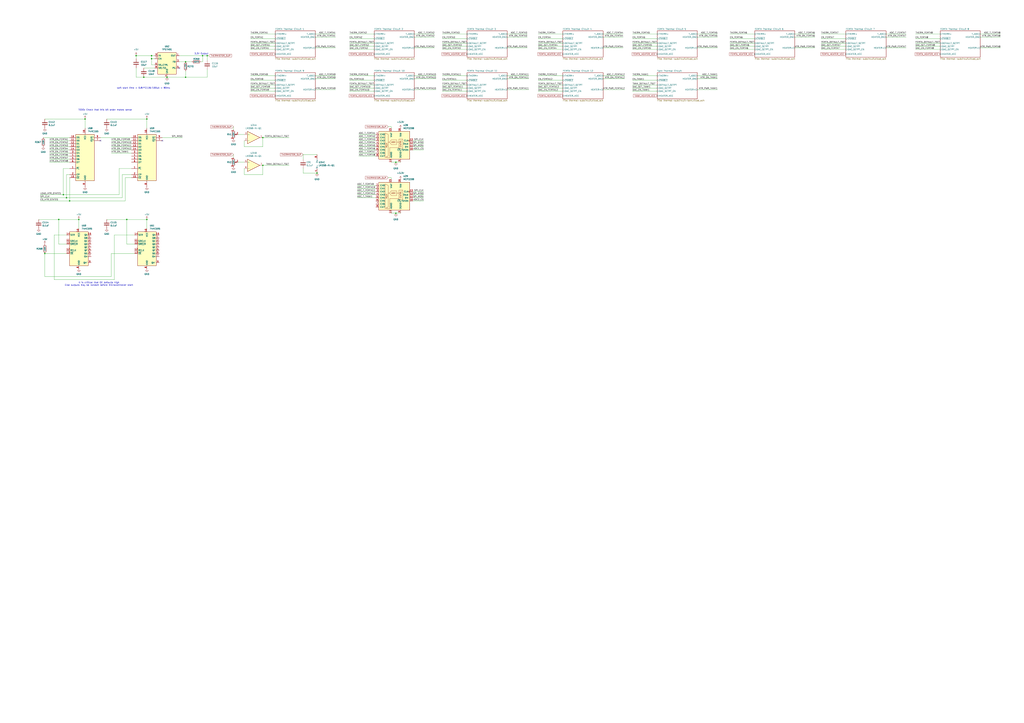
<source format=kicad_sch>
(kicad_sch (version 20231120) (generator "eeschema") (generator_version "8.0")
  (paper "A1")
  (lib_symbols
    (symbol "74xx:74HC165"
      (property "Reference" "U" (at -7.62 19.05 0))
      (property "Value" "74HC165" (at -7.62 -21.59 0))
      (symbol "74HC165_1_0"
        (pin input line (at -12.7 -10.16 0) (length 5.08) (name "~{PL}") (number "1"))
        (pin input line (at -12.7 15.24 0) (length 5.08) (name "DS") (number "10"))
        (pin input line (at -12.7 12.7 0) (length 5.08) (name "D0") (number "11"))
        (pin input line (at -12.7 10.16 0) (length 5.08) (name "D1") (number "12"))
        (pin input line (at -12.7 7.62 0) (length 5.08) (name "D2") (number "13"))
        (pin input line (at -12.7 5.08 0) (length 5.08) (name "D3") (number "14"))
        (pin input line (at -12.7 -17.78 0) (length 5.08) (name "~{CE}") (number "15"))
        (pin power_in line (at 0 22.86 270) (length 5.08) (name "VCC") (number "16"))
        (pin input line (at -12.7 -15.24 0) (length 5.08) (name "CP") (number "2"))
        (pin input line (at -12.7 2.54 0) (length 5.08) (name "D4") (number "3"))
        (pin input line (at -12.7 0 0) (length 5.08) (name "D5") (number "4"))
        (pin input line (at -12.7 -2.54 0) (length 5.08) (name "D6") (number "5"))
        (pin input line (at -12.7 -5.08 0) (length 5.08) (name "D7") (number "6"))
        (pin output line (at 12.7 12.7 180) (length 5.08) (name "~{Q7}") (number "7"))
        (pin power_in line (at 0 -25.4 90) (length 5.08) (name "GND") (number "8"))
        (pin output line (at 12.7 15.24 180) (length 5.08) (name "Q7") (number "9"))
      )
    )
    (symbol "74xx:74HC595"
      (property "Reference" "U" (at -7.62 13.97 0))
      (property "Value" "74HC595" (at -7.62 -16.51 0))
      (symbol "74HC595_1_0"
        (pin tri_state line (at 10.16 7.62 180) (length 2.54) (name "QB") (number "1"))
        (pin input line (at -10.16 2.54 0) (length 2.54) (name "~{SRCLR}") (number "10"))
        (pin input line (at -10.16 5.08 0) (length 2.54) (name "SRCLK") (number "11"))
        (pin input line (at -10.16 -2.54 0) (length 2.54) (name "RCLK") (number "12"))
        (pin input line (at -10.16 -5.08 0) (length 2.54) (name "~{OE}") (number "13"))
        (pin input line (at -10.16 10.16 0) (length 2.54) (name "SER") (number "14"))
        (pin tri_state line (at 10.16 10.16 180) (length 2.54) (name "QA") (number "15"))
        (pin power_in line (at 0 15.24 270) (length 2.54) (name "VCC") (number "16"))
        (pin tri_state line (at 10.16 5.08 180) (length 2.54) (name "QC") (number "2"))
        (pin tri_state line (at 10.16 2.54 180) (length 2.54) (name "QD") (number "3"))
        (pin tri_state line (at 10.16 0 180) (length 2.54) (name "QE") (number "4"))
        (pin tri_state line (at 10.16 -2.54 180) (length 2.54) (name "QF") (number "5"))
        (pin tri_state line (at 10.16 -5.08 180) (length 2.54) (name "QG") (number "6"))
        (pin tri_state line (at 10.16 -7.62 180) (length 2.54) (name "QH") (number "7"))
        (pin power_in line (at 0 -17.78 90) (length 2.54) (name "GND") (number "8"))
        (pin output line (at 10.16 -12.7 180) (length 2.54) (name "QH'") (number "9"))
      )
    )
    (symbol "Amplifier_Operational:LM358" (pin_names (offset 0.127))
      (property "Reference" "U" (at 0 5.08 0))
      (property "Value" "LM358" (at 0 -5.08 0))
      (symbol "LM358_1_1"
        (pin output line (at 7.62 0 180) (length 2.54) (name "~") (number "1"))
        (pin input line (at -7.62 -2.54 0) (length 2.54) (name "-") (number "2"))
        (pin input line (at -7.62 2.54 0) (length 2.54) (name "+") (number "3"))
      )
      (symbol "LM358_2_1"
        (pin input line (at -7.62 2.54 0) (length 2.54) (name "+") (number "5"))
        (pin input line (at -7.62 -2.54 0) (length 2.54) (name "-") (number "6"))
        (pin output line (at 7.62 0 180) (length 2.54) (name "~") (number "7"))
      )
      (symbol "LM358_3_1"
        (pin power_in line (at -2.54 -7.62 90) (length 3.81) (name "V-") (number "4"))
        (pin power_in line (at -2.54 7.62 270) (length 3.81) (name "V+") (number "8"))
      )
    )
    (symbol "Analog_ADC:MCP3208" (pin_names (offset 1.016))
      (property "Reference" "U" (at -5.08 13.335 0))
      (property "Value" "MCP3208" (at -5.08 11.43 0))
      (symbol "MCP3208_0_0"
        (text "ADC" (at -0.635 1.27 0) (effects (font (size 1.27 1.27))))
        (text "CNTRL" (at 5.969 -2.921 900) (effects (font (size 1.27 1.27)) (justify left bottom)))
        (text "MUX" (at -6.35 -1.27 900) (effects (font (size 1.27 1.27))))
      )
      (symbol "MCP3208_1_1"
        (pin input line (at -15.24 7.62 0) (length 2.54) (name "CH0") (number "1"))
        (pin input line (at 15.24 -5.08 180) (length 2.54) (name "~{CS}/SHDN") (number "10"))
        (pin input line (at 15.24 -2.54 180) (length 2.54) (name "Din") (number "11"))
        (pin output line (at 15.24 0 180) (length 2.54) (name "Dout") (number "12"))
        (pin input clock (at 15.24 2.54 180) (length 2.54) (name "CLK") (number "13"))
        (pin power_in line (at -2.54 -15.24 90) (length 2.54) (name "AGND") (number "14"))
        (pin power_in line (at -2.54 12.7 270) (length 2.54) (name "Vref") (number "15"))
        (pin power_in line (at 5.08 12.7 270) (length 2.54) (name "Vdd") (number "16"))
        (pin input line (at -15.24 5.08 0) (length 2.54) (name "CH1") (number "2"))
        (pin input line (at -15.24 2.54 0) (length 2.54) (name "CH2") (number "3"))
        (pin input line (at -15.24 0 0) (length 2.54) (name "CH3") (number "4"))
        (pin input line (at -15.24 -2.54 0) (length 2.54) (name "CH4") (number "5"))
        (pin input line (at -15.24 -5.08 0) (length 2.54) (name "CH5") (number "6"))
        (pin input line (at -15.24 -7.62 0) (length 2.54) (name "CH6") (number "7"))
        (pin input line (at -15.24 -10.16 0) (length 2.54) (name "CH7") (number "8"))
        (pin power_in line (at 5.08 -15.24 90) (length 2.54) (name "DGND") (number "9"))
      )
    )
    (symbol "Device:C" (pin_numbers hide) (pin_names (offset 0.254))
      (property "Reference" "C" (at 0.635 2.54 0))
      (property "Value" "C" (at 0.635 -2.54 0))
      (symbol "C_1_1"
        (pin passive line (at 0 3.81 270) (length 2.794) (name "~") (number "1"))
        (pin passive line (at 0 -3.81 90) (length 2.794) (name "~") (number "2"))
      )
    )
    (symbol "Device:R" (pin_numbers hide) (pin_names (offset 0))
      (property "Reference" "R" (at 2.032 0 90))
      (property "Value" "R" (at 0 0 90))
      (symbol "R_1_1"
        (pin passive line (at 0 3.81 270) (length 1.27) (name "~") (number "1"))
        (pin passive line (at 0 -3.81 90) (length 1.27) (name "~") (number "2"))
      )
    )
    (symbol "Device:R_Potentiometer" (pin_names (offset 1.016) hide)
      (property "Reference" "RV" (at -4.445 0 90))
      (property "Value" "R_Potentiometer" (at -2.54 0 90))
      (symbol "R_Potentiometer_1_1"
        (pin passive line (at 0 3.81 270) (length 1.27) (name "1") (number "1"))
        (pin passive line (at 3.81 0 180) (length 1.27) (name "2") (number "2"))
        (pin passive line (at 0 -3.81 90) (length 1.27) (name "3") (number "3"))
      )
    )
    (symbol "Regulator_Linear:TPS7A91"
      (property "Reference" "U" (at -6.35 11.43 0))
      (property "Value" "TPS7A91" (at 3.81 11.43 0))
      (symbol "TPS7A91_1_1"
        (pin power_out line (at 10.16 7.62 180) (length 2.54) (name "OUT") (number "1"))
        (pin passive line (at -10.16 7.62 0) (length 2.54) hide (name "IN") (number "10"))
        (pin passive line (at 0 -10.16 90) (length 2.54) hide (name "GND") (number "11"))
        (pin passive line (at 10.16 7.62 180) (length 2.54) hide (name "OUT") (number "2"))
        (pin input line (at 10.16 2.54 180) (length 2.54) (name "FB") (number "3"))
        (pin power_in line (at 0 -10.16 90) (length 2.54) (name "GND") (number "4"))
        (pin open_collector line (at 10.16 -2.54 180) (length 2.54) (name "PG") (number "5"))
        (pin input line (at -10.16 0 0) (length 2.54) (name "SS_CTRL") (number "6"))
        (pin input line (at -10.16 5.08 0) (length 2.54) (name "EN") (number "7"))
        (pin passive line (at -10.16 -2.54 0) (length 2.54) (name "NR/SS") (number "8"))
        (pin power_in line (at -10.16 7.62 0) (length 2.54) (name "IN") (number "9"))
      )
    )
    (symbol "power:+3.3V" (power) (pin_numbers hide) (pin_names (offset 0) hide)
      (property "Value" "+3.3V" (at 0 3.556 0))
      (symbol "+3.3V_1_1"
        (pin power_in line (at 0 0 90) (length 0) (name "~") (number "1"))
      )
    )
    (symbol "power:+5V" (power) (pin_numbers hide) (pin_names (offset 0) hide)
      (property "Value" "+5V" (at 0 3.556 0))
      (symbol "+5V_1_1"
        (pin power_in line (at 0 0 90) (length 0) (name "~") (number "1"))
      )
    )
    (symbol "power:GND" (power) (pin_numbers hide) (pin_names (offset 0) hide)
      (property "Value" "GND" (at 0 -3.81 0))
      (symbol "GND_1_1"
        (pin power_in line (at 0 0 270) (length 0) (name "~") (number "1"))
      )
    )
  )
  (junction (at 57.15 165.1))
  (junction (at 48.26 180.34))
  (junction (at 120.65 97.79))
  (junction (at 325.12 133.35))
  (junction (at 215.9 135.89))
  (junction (at 325.12 175.26))
  (junction (at 170.18 45.72))
  (junction (at 152.4 50.8))
  (junction (at 137.16 63.5))
  (junction (at 64.77 180.34))
  (junction (at 260.35 142.24))
  (junction (at 69.85 97.79))
  (junction (at 104.14 180.34))
  (junction (at 152.4 63.5))
  (junction (at 120.65 180.34))
  (junction (at 124.46 45.72))
  (junction (at 54.61 162.56))
  (junction (at 215.9 113.03))
  (junction (at 124.46 48.26))
  (junction (at 166.37 45.72))
  (junction (at 111.76 45.72))
  (junction (at 52.07 160.02))
  (junction (at 118.11 63.5))
  (junction (at 36.83 208.28))
  (no_connect (at 82.55 115.57))
  (no_connect (at 133.35 115.57))
  (no_connect (at 147.32 55.88))
  (wire (pts (xy 54.61 162.56) (xy 100.33 162.56)))
  (wire (pts (xy 91.44 227.33) (xy 91.44 208.28)))
  (wire (pts (xy 339.09 157.48) (xy 347.98 157.48)))
  (wire (pts (xy 91.44 208.28) (xy 110.49 208.28)))
  (wire (pts (xy 599.44 31.75) (xy 619.76 31.75)))
  (wire (pts (xy 416.56 73.66) (xy 434.34 73.66)))
  (wire (pts (xy 205.74 40.64) (xy 226.06 40.64)))
  (wire (pts (xy 287.02 72.39) (xy 307.34 72.39)))
  (wire (pts (xy 441.96 38.1) (xy 462.28 38.1)))
  (wire (pts (xy 205.74 35.56) (xy 226.06 35.56)))
  (wire (pts (xy 519.43 27.94) (xy 539.75 27.94)))
  (wire (pts (xy 127 55.88) (xy 118.11 55.88)))
  (wire (pts (xy 441.96 35.56) (xy 462.28 35.56)))
  (wire (pts (xy 100.33 143.51) (xy 107.95 143.51)))
  (wire (pts (xy 293.37 152.4) (xy 308.61 152.4)))
  (wire (pts (xy 674.37 35.56) (xy 694.69 35.56)))
  (wire (pts (xy 287.02 27.94) (xy 307.34 27.94)))
  (wire (pts (xy 441.96 27.94) (xy 462.28 27.94)))
  (wire (pts (xy 363.22 27.94) (xy 383.54 27.94)))
  (wire (pts (xy 287.02 74.93) (xy 307.34 74.93)))
  (wire (pts (xy 82.55 113.03) (xy 107.95 113.03)))
  (wire (pts (xy 340.36 64.77) (xy 358.14 64.77)))
  (wire (pts (xy 147.32 45.72) (xy 166.37 45.72)))
  (wire (pts (xy 133.35 113.03) (xy 149.86 113.03)))
  (wire (pts (xy 340.36 39.37) (xy 356.87 39.37)))
  (wire (pts (xy 259.08 30.48) (xy 275.59 30.48)))
  (wire (pts (xy 441.96 69.85) (xy 462.28 69.85)))
  (wire (pts (xy 124.46 48.26) (xy 124.46 45.72)))
  (wire (pts (xy 416.56 27.94) (xy 433.07 27.94)))
  (wire (pts (xy 205.74 27.94) (xy 226.06 27.94)))
  (wire (pts (xy 91.44 118.11) (xy 107.95 118.11)))
  (wire (pts (xy 751.84 40.64) (xy 772.16 40.64)))
  (wire (pts (xy 339.09 162.56) (xy 347.98 162.56)))
  (wire (pts (xy 40.64 120.65) (xy 57.15 120.65)))
  (wire (pts (xy 495.3 62.23) (xy 513.08 62.23)))
  (wire (pts (xy 572.77 27.94) (xy 589.28 27.94)))
  (wire (pts (xy 127 53.34) (xy 124.46 53.34)))
  (wire (pts (xy 248.92 138.43) (xy 248.92 142.24)))
  (wire (pts (xy 652.78 39.37) (xy 669.29 39.37)))
  (wire (pts (xy 293.37 160.02) (xy 308.61 160.02)))
  (wire (pts (xy 215.9 113.03) (xy 215.9 120.65)))
  (wire (pts (xy 48.26 180.34) (xy 64.77 180.34)))
  (wire (pts (xy 321.31 146.05) (xy 321.31 147.32)))
  (wire (pts (xy 111.76 48.26) (xy 111.76 45.72)))
  (wire (pts (xy 599.44 38.1) (xy 619.76 38.1)))
  (wire (pts (xy 36.83 208.28) (xy 54.61 208.28)))
  (wire (pts (xy 519.43 62.23) (xy 539.75 62.23)))
  (wire (pts (xy 191.77 127) (xy 191.77 129.54)))
  (wire (pts (xy 287.02 40.64) (xy 307.34 40.64)))
  (wire (pts (xy 100.33 162.56) (xy 100.33 143.51)))
  (wire (pts (xy 519.43 38.1) (xy 539.75 38.1)))
  (wire (pts (xy 166.37 45.72) (xy 170.18 45.72)))
  (wire (pts (xy 416.56 30.48) (xy 433.07 30.48)))
  (wire (pts (xy 104.14 200.66) (xy 104.14 180.34)))
  (wire (pts (xy 325.12 175.26) (xy 328.93 175.26)))
  (wire (pts (xy 165.1 50.8) (xy 166.37 50.8)))
  (wire (pts (xy 572.77 73.66) (xy 589.28 73.66)))
  (wire (pts (xy 572.77 64.77) (xy 589.28 64.77)))
  (wire (pts (xy 248.92 130.81) (xy 248.92 127)))
  (wire (pts (xy 215.9 135.89) (xy 237.49 135.89)))
  (wire (pts (xy 339.09 120.65) (xy 347.98 120.65)))
  (wire (pts (xy 170.18 49.53) (xy 170.18 45.72)))
  (wire (pts (xy 294.64 115.57) (xy 308.61 115.57)))
  (wire (pts (xy 652.78 27.94) (xy 669.29 27.94)))
  (wire (pts (xy 294.64 118.11) (xy 308.61 118.11)))
  (wire (pts (xy 91.44 115.57) (xy 107.95 115.57)))
  (wire (pts (xy 44.45 229.87) (xy 44.45 193.04)))
  (wire (pts (xy 572.77 30.48) (xy 589.28 30.48)))
  (wire (pts (xy 293.37 157.48) (xy 308.61 157.48)))
  (wire (pts (xy 124.46 53.34) (xy 124.46 48.26)))
  (wire (pts (xy 259.08 39.37) (xy 275.59 39.37)))
  (wire (pts (xy 294.64 128.27) (xy 308.61 128.27)))
  (wire (pts (xy 91.44 120.65) (xy 107.95 120.65)))
  (wire (pts (xy 293.37 154.94) (xy 308.61 154.94)))
  (wire (pts (xy 91.44 125.73) (xy 107.95 125.73)))
  (wire (pts (xy 363.22 35.56) (xy 383.54 35.56)))
  (wire (pts (xy 363.22 31.75) (xy 383.54 31.75)))
  (wire (pts (xy 495.3 30.48) (xy 511.81 30.48)))
  (wire (pts (xy 727.71 39.37) (xy 744.22 39.37)))
  (wire (pts (xy 287.02 31.75) (xy 307.34 31.75)))
  (wire (pts (xy 205.74 69.85) (xy 226.06 69.85)))
  (wire (pts (xy 124.46 48.26) (xy 127 48.26)))
  (wire (pts (xy 40.64 133.35) (xy 57.15 133.35)))
  (wire (pts (xy 519.43 40.64) (xy 539.75 40.64)))
  (wire (pts (xy 200.66 120.65) (xy 200.66 115.57)))
  (wire (pts (xy 599.44 40.64) (xy 619.76 40.64)))
  (wire (pts (xy 152.4 63.5) (xy 137.16 63.5)))
  (wire (pts (xy 318.77 146.05) (xy 321.31 146.05)))
  (wire (pts (xy 64.77 180.34) (xy 64.77 187.96)))
  (wire (pts (xy 40.64 128.27) (xy 57.15 128.27)))
  (wire (pts (xy 441.96 74.93) (xy 462.28 74.93)))
  (wire (pts (xy 339.09 123.19) (xy 347.98 123.19)))
  (wire (pts (xy 751.84 38.1) (xy 772.16 38.1)))
  (wire (pts (xy 340.36 30.48) (xy 356.87 30.48)))
  (wire (pts (xy 120.65 97.79) (xy 120.65 105.41)))
  (wire (pts (xy 751.84 31.75) (xy 772.16 31.75)))
  (wire (pts (xy 294.64 120.65) (xy 308.61 120.65)))
  (wire (pts (xy 339.09 165.1) (xy 347.98 165.1)))
  (wire (pts (xy 259.08 64.77) (xy 275.59 64.77)))
  (wire (pts (xy 107.95 138.43) (xy 97.79 138.43)))
  (wire (pts (xy 287.02 38.1) (xy 307.34 38.1)))
  (wire (pts (xy 97.79 138.43) (xy 97.79 160.02)))
  (wire (pts (xy 166.37 50.8) (xy 166.37 45.72)))
  (wire (pts (xy 170.18 45.72) (xy 171.45 45.72)))
  (wire (pts (xy 33.02 160.02) (xy 52.07 160.02)))
  (wire (pts (xy 599.44 35.56) (xy 619.76 35.56)))
  (wire (pts (xy 339.09 160.02) (xy 347.98 160.02)))
  (wire (pts (xy 57.15 115.57) (xy 40.64 115.57)))
  (wire (pts (xy 294.64 123.19) (xy 308.61 123.19)))
  (wire (pts (xy 205.74 66.04) (xy 226.06 66.04)))
  (wire (pts (xy 294.64 125.73) (xy 308.61 125.73)))
  (wire (pts (xy 48.26 200.66) (xy 48.26 180.34)))
  (wire (pts (xy 363.22 40.64) (xy 383.54 40.64)))
  (wire (pts (xy 152.4 50.8) (xy 157.48 50.8)))
  (wire (pts (xy 321.31 104.14) (xy 321.31 105.41)))
  (wire (pts (xy 363.22 69.85) (xy 383.54 69.85)))
  (wire (pts (xy 248.92 142.24) (xy 260.35 142.24)))
  (wire (pts (xy 215.9 113.03) (xy 237.49 113.03)))
  (wire (pts (xy 69.85 97.79) (xy 69.85 105.41)))
  (wire (pts (xy 416.56 62.23) (xy 434.34 62.23)))
  (wire (pts (xy 441.96 62.23) (xy 462.28 62.23)))
  (wire (pts (xy 200.66 133.35) (xy 195.58 133.35)))
  (wire (pts (xy 87.63 97.79) (xy 120.65 97.79)))
  (wire (pts (xy 340.36 73.66) (xy 358.14 73.66)))
  (wire (pts (xy 200.66 143.51) (xy 215.9 143.51)))
  (wire (pts (xy 441.96 66.04) (xy 462.28 66.04)))
  (wire (pts (xy 102.87 146.05) (xy 107.95 146.05)))
  (wire (pts (xy 294.64 113.03) (xy 308.61 113.03)))
  (wire (pts (xy 205.74 74.93) (xy 226.06 74.93)))
  (wire (pts (xy 495.3 39.37) (xy 511.81 39.37)))
  (wire (pts (xy 674.37 27.94) (xy 694.69 27.94)))
  (wire (pts (xy 751.84 27.94) (xy 772.16 27.94)))
  (wire (pts (xy 110.49 193.04) (xy 93.98 193.04)))
  (wire (pts (xy 102.87 165.1) (xy 102.87 146.05)))
  (wire (pts (xy 572.77 39.37) (xy 589.28 39.37)))
  (wire (pts (xy 652.78 30.48) (xy 669.29 30.48)))
  (wire (pts (xy 104.14 180.34) (xy 120.65 180.34)))
  (wire (pts (xy 363.22 62.23) (xy 383.54 62.23)))
  (wire (pts (xy 205.74 38.1) (xy 226.06 38.1)))
  (wire (pts (xy 36.83 227.33) (xy 91.44 227.33)))
  (wire (pts (xy 287.02 69.85) (xy 307.34 69.85)))
  (wire (pts (xy 118.11 63.5) (xy 137.16 63.5)))
  (wire (pts (xy 31.75 180.34) (xy 48.26 180.34)))
  (wire (pts (xy 124.46 45.72) (xy 127 45.72)))
  (wire (pts (xy 325.12 133.35) (xy 328.93 133.35)))
  (wire (pts (xy 599.44 27.94) (xy 619.76 27.94)))
  (wire (pts (xy 52.07 138.43) (xy 57.15 138.43)))
  (wire (pts (xy 205.74 31.75) (xy 226.06 31.75)))
  (wire (pts (xy 44.45 193.04) (xy 54.61 193.04)))
  (wire (pts (xy 294.64 110.49) (xy 308.61 110.49)))
  (wire (pts (xy 519.43 35.56) (xy 539.75 35.56)))
  (wire (pts (xy 339.09 118.11) (xy 347.98 118.11)))
  (wire (pts (xy 363.22 38.1) (xy 383.54 38.1)))
  (wire (pts (xy 259.08 27.94) (xy 275.59 27.94)))
  (wire (pts (xy 363.22 72.39) (xy 383.54 72.39)))
  (wire (pts (xy 111.76 45.72) (xy 124.46 45.72)))
  (wire (pts (xy 287.02 62.23) (xy 307.34 62.23)))
  (wire (pts (xy 519.43 72.39) (xy 539.75 72.39)))
  (wire (pts (xy 727.71 30.48) (xy 744.22 30.48)))
  (wire (pts (xy 519.43 74.93) (xy 539.75 74.93)))
  (wire (pts (xy 416.56 64.77) (xy 434.34 64.77)))
  (wire (pts (xy 87.63 180.34) (xy 104.14 180.34)))
  (wire (pts (xy 111.76 63.5) (xy 118.11 63.5)))
  (wire (pts (xy 215.9 120.65) (xy 200.66 120.65)))
  (wire (pts (xy 54.61 200.66) (xy 48.26 200.66)))
  (wire (pts (xy 111.76 55.88) (xy 111.76 63.5)))
  (wire (pts (xy 120.65 180.34) (xy 120.65 187.96)))
  (wire (pts (xy 54.61 143.51) (xy 54.61 162.56)))
  (wire (pts (xy 321.31 175.26) (xy 325.12 175.26)))
  (wire (pts (xy 110.49 200.66) (xy 104.14 200.66)))
  (wire (pts (xy 93.98 193.04) (xy 93.98 229.87)))
  (wire (pts (xy 674.37 38.1) (xy 694.69 38.1)))
  (wire (pts (xy 363.22 66.04) (xy 383.54 66.04)))
  (wire (pts (xy 248.92 127) (xy 260.35 127)))
  (wire (pts (xy 170.18 57.15) (xy 170.18 63.5)))
  (wire (pts (xy 40.64 118.11) (xy 57.15 118.11)))
  (wire (pts (xy 340.36 62.23) (xy 358.14 62.23)))
  (wire (pts (xy 259.08 62.23) (xy 275.59 62.23)))
  (wire (pts (xy 36.83 97.79) (xy 69.85 97.79)))
  (wire (pts (xy 205.74 72.39) (xy 226.06 72.39)))
  (wire (pts (xy 495.3 64.77) (xy 513.08 64.77)))
  (wire (pts (xy 52.07 160.02) (xy 52.07 138.43)))
  (wire (pts (xy 93.98 229.87) (xy 44.45 229.87)))
  (wire (pts (xy 805.18 39.37) (xy 821.69 39.37)))
  (wire (pts (xy 170.18 63.5) (xy 152.4 63.5)))
  (wire (pts (xy 674.37 31.75) (xy 694.69 31.75)))
  (wire (pts (xy 200.66 138.43) (xy 200.66 143.51)))
  (wire (pts (xy 674.37 40.64) (xy 694.69 40.64)))
  (wire (pts (xy 363.22 74.93) (xy 383.54 74.93)))
  (wire (pts (xy 751.84 35.56) (xy 772.16 35.56)))
  (wire (pts (xy 287.02 35.56) (xy 307.34 35.56)))
  (wire (pts (xy 572.77 62.23) (xy 589.28 62.23)))
  (wire (pts (xy 293.37 162.56) (xy 308.61 162.56)))
  (wire (pts (xy 519.43 31.75) (xy 539.75 31.75)))
  (wire (pts (xy 36.83 208.28) (xy 36.83 227.33)))
  (wire (pts (xy 57.15 165.1) (xy 102.87 165.1)))
  (wire (pts (xy 519.43 69.85) (xy 539.75 69.85)))
  (wire (pts (xy 57.15 143.51) (xy 54.61 143.51)))
  (wire (pts (xy 215.9 143.51) (xy 215.9 135.89)))
  (wire (pts (xy 441.96 31.75) (xy 462.28 31.75)))
  (wire (pts (xy 35.56 113.03) (xy 57.15 113.03)))
  (wire (pts (xy 259.08 73.66) (xy 275.59 73.66)))
  (wire (pts (xy 40.64 130.81) (xy 57.15 130.81)))
  (wire (pts (xy 57.15 146.05) (xy 57.15 165.1)))
  (wire (pts (xy 805.18 30.48) (xy 821.69 30.48)))
  (wire (pts (xy 152.4 58.42) (xy 152.4 63.5)))
  (wire (pts (xy 321.31 133.35) (xy 325.12 133.35)))
  (wire (pts (xy 318.77 104.14) (xy 321.31 104.14)))
  (wire (pts (xy 205.74 62.23) (xy 226.06 62.23)))
  (wire (pts (xy 191.77 104.14) (xy 191.77 106.68)))
  (wire (pts (xy 340.36 27.94) (xy 356.87 27.94)))
  (wire (pts (xy 416.56 39.37) (xy 433.07 39.37)))
  (wire (pts (xy 97.79 160.02) (xy 52.07 160.02)))
  (wire (pts (xy 495.3 73.66) (xy 513.08 73.66)))
  (wire (pts (xy 339.09 115.57) (xy 347.98 115.57)))
  (wire (pts (xy 441.96 72.39) (xy 462.28 72.39)))
  (wire (pts (xy 200.66 110.49) (xy 195.58 110.49)))
  (wire (pts (xy 805.18 27.94) (xy 821.69 27.94)))
  (wire (pts (xy 40.64 125.73) (xy 57.15 125.73)))
  (wire (pts (xy 33.02 162.56) (xy 54.61 162.56)))
  (wire (pts (xy 441.96 40.64) (xy 462.28 40.64)))
  (wire (pts (xy 40.64 123.19) (xy 57.15 123.19)))
  (wire (pts (xy 495.3 27.94) (xy 511.81 27.94)))
  (wire (pts (xy 727.71 27.94) (xy 744.22 27.94)))
  (wire (pts (xy 147.32 50.8) (xy 152.4 50.8)))
  (wire (pts (xy 519.43 66.04) (xy 539.75 66.04)))
  (wire (pts (xy 287.02 66.04) (xy 307.34 66.04)))
  (wire (pts (xy 33.02 165.1) (xy 57.15 165.1)))
  (wire (pts (xy 91.44 123.19) (xy 107.95 123.19)))
  (text "TODO: Check that this bit order makes sense" (at 86.36 90.424 0) (effects (font (size 1.27 1.27))))
  (text "It is critical that OE defaults high\nElse outputs may be random before microcontroller start\n" (at 81.28 233.426 0) (effects (font (size 1.27 1.27))))
  (text "3.3V Output" (at 165.354 44.196 0) (effects (font (size 1.27 1.27))))
  (text "soft start time = 0.8V*C118/100uA = 80ms" (at 117.856 72.39 0) (effects (font (size 1.27 1.27))))
  (label "DAC_SET_FEMTA3" (at 363.22 38.1 0))
  (label "EN_FEMTA4" (at 441.96 31.75 0))
  (label "DAC_SET_FEMTA11" (at 363.22 72.39 0))
  (label "THERM_FEMTA12" (at 441.96 62.23 0))
  (label "TANK_DEFAULT_TSET" (at 519.43 69.85 0))
  (label "DAC_SET_FEMTA5" (at 519.43 38.1 0))
  (label "ADC_T_FEMTA10" (at 358.14 62.23 180))
  (label "DAC_EN_FEMTA11" (at 363.22 74.93 0))
  (label "DAC_SET_FEMTA8" (at 751.84 38.1 0))
  (label "DAC_EN_FEMTA9" (at 205.74 74.93 0))
  (label "HTR_ON_TANK1" (at 589.28 64.77 180))
  (label "FEMTA_DEFAULT_TSET" (at 441.96 35.56 0))
  (label "THERM_FEMTA10" (at 287.02 62.23 0))
  (label "FEMTA_DEFAULT_TSET" (at 287.02 69.85 0))
  (label "HTR_PWR_FEMTA4" (at 511.81 39.37 180))
  (label "SPI_MISO" (at 347.98 160.02 180))
  (label "ADC_T_FEMTA4" (at 511.81 27.94 180))
  (label "ADC_T_FEMTA5" (at 589.28 27.94 180))
  (label "ADC2_CS" (at 347.98 165.1 180))
  (label "EN_FEMTA8" (at 751.84 31.75 0))
  (label "DAC_EN_FEMTA7" (at 674.37 40.64 0))
  (label "HTR_ON_FEMTA4" (at 40.64 123.19 0))
  (label "FEMTA_DEFAULT_TSET" (at 674.37 35.56 0))
  (label "HTR_ON_FEMTA9" (at 91.44 115.57 0))
  (label "EN_FEMTA10" (at 287.02 66.04 0))
  (label "DAC_SET_FEMTA6" (at 599.44 38.1 0))
  (label "HTR_ON_FEMTA7" (at 40.64 130.81 0))
  (label "SPI_CLK" (at 347.98 115.57 180))
  (label "HTR_ON_FEMTA4" (at 511.81 30.48 180))
  (label "HTR_PWR_FEMTA11" (at 434.34 73.66 180))
  (label "ADC_T_FEMTA1" (at 294.64 110.49 0))
  (label "HTR_PWR_FEMTA1" (at 275.59 39.37 180))
  (label "DAC_EN_FEMTA2" (at 287.02 40.64 0))
  (label "HTR_ON_FEMTA6" (at 669.29 30.48 180))
  (label "ADC_T_FEMTA4" (at 294.64 118.11 0))
  (label "DAC_EN_FEMTA12" (at 441.96 74.93 0))
  (label "ADC_T_FEMTA3" (at 433.07 27.94 180))
  (label "THERM_FEMTA11" (at 363.22 62.23 0))
  (label "ADC_T_FEMTA7" (at 294.64 125.73 0))
  (label "FEMTA_DEFAULT_TSET" (at 519.43 35.56 0))
  (label "HTR_ON_FEMTA10" (at 91.44 118.11 0))
  (label "SPI_CLK" (at 33.02 162.56 0))
  (label "DAC_EN_FEMTA4" (at 441.96 40.64 0))
  (label "DAC_SET_FEMTA9" (at 205.74 72.39 0))
  (label "DAC_EN_FEMTA5" (at 519.43 40.64 0))
  (label "HTR_PWR_FEMTA7" (at 744.22 39.37 180))
  (label "HTR_ON_FEMTA3" (at 40.64 120.65 0))
  (label "THERM_FEMTA1" (at 205.74 27.94 0))
  (label "ADC_T_TANK1" (at 293.37 162.56 0))
  (label "ADC_T_FEMTA7" (at 744.22 27.94 180))
  (label "DAC_EN_FEMTA6" (at 599.44 40.64 0))
  (label "HTR_PWR_FEMTA9" (at 275.59 73.66 180))
  (label "ADC_T_FEMTA1" (at 275.59 27.94 180))
  (label "ADC_T_FEMTA12" (at 293.37 160.02 0))
  (label "DAC_SET_FEMTA1" (at 205.74 38.1 0))
  (label "DAC_SET_FEMTA7" (at 674.37 38.1 0))
  (label "ADC_T_FEMTA2" (at 356.87 27.94 180))
  (label "ADC_T_FEMTA8" (at 294.64 128.27 0))
  (label "DAC_EN_FEMTA8" (at 751.84 40.64 0))
  (label "THERM_FEMTA9" (at 205.74 62.23 0))
  (label "DAC_EN_FEMTA3" (at 363.22 40.64 0))
  (label "HTR_ON_FEMTA11" (at 434.34 64.77 180))
  (label "EN_FEMTA3" (at 363.22 31.75 0))
  (label "HTR_ON_FEMTA6" (at 40.64 128.27 0))
  (label "HTR_PWR_FEMTA6" (at 669.29 39.37 180))
  (label "HTR_ON_FEMTA5" (at 589.28 30.48 180))
  (label "DAC_EN_TANK1" (at 519.43 74.93 0))
  (label "HTR_PWR_FEMTA2" (at 356.87 39.37 180))
  (label "SPI_MISO" (at 149.86 113.03 180))
  (label "ADC_T_FEMTA2" (at 294.64 113.03 0))
  (label "EN_FEMTA7" (at 674.37 31.75 0))
  (label "HTR_PWR_FEMTA12" (at 513.08 73.66 180))
  (label "HTR_PWR_FEMTA5" (at 589.28 39.37 180))
  (label "EN_FEMTA9" (at 205.74 66.04 0))
  (label "THERM_FEMTA7" (at 674.37 27.94 0))
  (label "EN_FEMTA5" (at 519.43 31.75 0))
  (label "HTR_PWR_FEMTA3" (at 433.07 39.37 180))
  (label "CS_HTR_STATES" (at 33.02 165.1 0))
  (label "HTR_ON_FEMTA2" (at 40.64 118.11 0))
  (label "FEMTA_DEFAULT_TSET" (at 599.44 35.56 0))
  (label "ADC_T_TANK1" (at 589.28 62.23 180))
  (label "FEMTA_DEFAULT_TSET" (at 237.49 113.03 180))
  (label "HTR_ON_FEMTA5" (at 40.64 125.73 0))
  (label "HTR_PWR_TANK1" (at 589.28 73.66 180))
  (label "ADC_T_FEMTA6" (at 669.29 27.94 180))
  (label "ADC_T_FEMTA3" (at 294.64 115.57 0))
  (label "HTR_PWR_FEMTA8" (at 821.69 39.37 180))
  (label "HTR_ON_FEMTA1" (at 275.59 30.48 180))
  (label "DAC_EN_FEMTA1" (at 205.74 40.64 0))
  (label "EN_FEMTA2" (at 287.02 31.75 0))
  (label "FEMTA_DEFAULT_TSET" (at 441.96 69.85 0))
  (label "DAC_SET_FEMTA2" (at 287.02 38.1 0))
  (label "DAC_EN_FEMTA10" (at 287.02 74.93 0))
  (label "HTR_ON_TANK1" (at 91.44 125.73 0))
  (label "THERM_FEMTA5" (at 519.43 27.94 0))
  (label "HTR_ON_FEMTA3" (at 433.07 30.48 180))
  (label "ADC_T_FEMTA12" (at 513.08 62.23 180))
  (label "HTR_ON_FEMTA7" (at 744.22 30.48 180))
  (label "DAC_SET_FEMTA4" (at 441.96 38.1 0))
  (label "FEMTA_DEFAULT_TSET" (at 363.22 35.56 0))
  (label "THERM_FEMTA8" (at 751.84 27.94 0))
  (label "ADC_T_FEMTA8" (at 821.69 27.94 180))
  (label "FEMTA_DEFAULT_TSET" (at 287.02 35.56 0))
  (label "HTR_ON_FEMTA8" (at 40.64 133.35 0))
  (label "THERM_FEMTA3" (at 363.22 27.94 0))
  (label "THERM_TANK1" (at 519.43 62.23 0))
  (label "ADC1_CS" (at 347.98 123.19 180))
  (label "HTR_ON_FEMTA1" (at 40.64 115.57 0))
  (label "HTR_ON_FEMTA8" (at 821.69 30.48 180))
  (label "DAC_SET_FEMTA12" (at 441.96 72.39 0))
  (label "ADC_T_FEMTA5" (at 294.64 120.65 0))
  (label "SPI_CLK" (at 347.98 157.48 180))
  (label "EN_FEMTA11" (at 363.22 66.04 0))
  (label "TANK_DEFAULT_TSET" (at 237.49 135.89 180))
  (label "FEMTA_DEFAULT_TSET" (at 363.22 69.85 0))
  (label "SPI_MISO" (at 347.98 118.11 180))
  (label "ADC_T_FEMTA9" (at 275.59 62.23 180))
  (label "LOAD_HTR_STATES" (at 33.02 160.02 0))
  (label "ADC_T_FEMTA9" (at 293.37 152.4 0))
  (label "ADC_T_FEMTA10" (at 293.37 154.94 0))
  (label "EN_FEMTA6" (at 599.44 31.75 0))
  (label "FEMTA_DEFAULT_TSET" (at 751.84 35.56 0))
  (label "EN_FEMTA12" (at 441.96 66.04 0))
  (label "FEMTA_DEFAULT_TSET" (at 205.74 35.56 0))
  (label "THERM_FEMTA6" (at 599.44 27.94 0))
  (label "HTR_ON_FEMTA10" (at 358.14 64.77 180))
  (label "DAC_SET_FEMTA10" (at 287.02 72.39 0))
  (label "EN_TANK1" (at 519.43 66.04 0))
  (label "EN_FEMTA1" (at 205.74 31.75 0))
  (label "HTR_ON_FEMTA11" (at 91.44 120.65 0))
  (label "HTR_ON_FEMTA9" (at 275.59 64.77 180))
  (label "HTR_ON_FEMTA12" (at 91.44 123.19 0))
  (label "HTR_ON_FEMTA2" (at 356.87 30.48 180))
  (label "ADC_T_FEMTA11" (at 293.37 157.48 0))
  (label "HTR_PWR_FEMTA10" (at 358.14 73.66 180))
  (label "DAC_SET_TANK1" (at 519.43 72.39 0))
  (label "SPI_MOSI" (at 347.98 120.65 180))
  (label "ADC_T_FEMTA11" (at 434.34 62.23 180))
  (label "FEMTA_DEFAULT_TSET" (at 205.74 69.85 0))
  (label "THERM_FEMTA2" (at 287.02 27.94 0))
  (label "HTR_ON_FEMTA12" (at 513.08 64.77 180))
  (label "ADC_T_FEMTA6" (at 294.64 123.19 0))
  (label "SPI_MOSI" (at 347.98 162.56 180))
  (label "THERM_FEMTA4" (at 441.96 27.94 0))
  (global_label "FEMTA_HEATER_VCC" (shape input) (at 539.75 44.45 180) (property "Intersheetrefs" "${INTERSHEET_REFS}" (effects (hide yes))))
  (global_label "THERMISTOR_SUP" (shape input) (at 191.77 127 180) (property "Intersheetrefs" "${INTERSHEET_REFS}" (effects (hide yes))))
  (global_label "FEMTA_HEATER_VCC" (shape input) (at 619.76 44.45 180) (property "Intersheetrefs" "${INTERSHEET_REFS}" (effects (hide yes))))
  (global_label "FEMTA_HEATER_VCC" (shape input) (at 462.28 44.45 180) (property "Intersheetrefs" "${INTERSHEET_REFS}" (effects (hide yes))))
  (global_label "FEMTA_HEATER_VCC" (shape input) (at 307.34 78.74 180) (property "Intersheetrefs" "${INTERSHEET_REFS}" (effects (hide yes))))
  (global_label "THERMISTOR_SUP" (shape input) (at 171.45 45.72 0) (property "Intersheetrefs" "${INTERSHEET_REFS}" (effects (hide yes))))
  (global_label "FEMTA_HEATER_VCC" (shape input) (at 226.06 44.45 180) (property "Intersheetrefs" "${INTERSHEET_REFS}" (effects (hide yes))))
  (global_label "FEMTA_HEATER_VCC" (shape input) (at 226.06 78.74 180) (property "Intersheetrefs" "${INTERSHEET_REFS}" (effects (hide yes))))
  (global_label "THERMISTOR_SUP" (shape input) (at 318.77 104.14 180) (property "Intersheetrefs" "${INTERSHEET_REFS}" (effects (hide yes))))
  (global_label "THERMISTOR_SUP" (shape input) (at 191.77 104.14 180) (property "Intersheetrefs" "${INTERSHEET_REFS}" (effects (hide yes))))
  (global_label "FEMTA_HEATER_VCC" (shape input) (at 383.54 44.45 180) (property "Intersheetrefs" "${INTERSHEET_REFS}" (effects (hide yes))))
  (global_label "THERMISTOR_SUP" (shape input) (at 318.77 146.05 180) (property "Intersheetrefs" "${INTERSHEET_REFS}" (effects (hide yes))))
  (global_label "FEMTA_HEATER_VCC" (shape input) (at 772.16 44.45 180) (property "Intersheetrefs" "${INTERSHEET_REFS}" (effects (hide yes))))
  (global_label "THERMISTOR_SUP" (shape input) (at 248.92 127 180) (property "Intersheetrefs" "${INTERSHEET_REFS}" (effects (hide yes))))
  (global_label "FEMTA_HEATER_VCC" (shape input) (at 462.28 78.74 180) (property "Intersheetrefs" "${INTERSHEET_REFS}" (effects (hide yes))))
  (global_label "FEMTA_HEATER_VCC" (shape input) (at 307.34 44.45 180) (property "Intersheetrefs" "${INTERSHEET_REFS}" (effects (hide yes))))
  (global_label "TANK_HEATER_VCC" (shape input) (at 539.75 78.74 180) (property "Intersheetrefs" "${INTERSHEET_REFS}" (effects (hide yes))))
  (global_label "FEMTA_HEATER_VCC" (shape input) (at 383.54 78.74 180) (property "Intersheetrefs" "${INTERSHEET_REFS}" (effects (hide yes))))
  (global_label "FEMTA_HEATER_VCC" (shape input) (at 694.69 44.45 180) (property "Intersheetrefs" "${INTERSHEET_REFS}" (effects (hide yes))))
  (symbol (lib_id "power:+5V") (at 36.83 200.66 0) (unit 1)
    (property "Reference" "#PWR061" (effects (hide yes)))
    (property "Value" "+5V" (at 36.83 196.596 0))
    (property "Description" "Power symbol creates a global label with name \"+5V\"" (effects (hide yes)))
  )
  (symbol (lib_id "Device:R") (at 35.56 116.84 0) (mirror y) (unit 1)
    (property "Reference" "R267" (at 33.782 116.84 0) (effects (justify left)))
    (property "Value" "10K" (at 35.56 116.84 90))
    (property "Description" "Resistor" (effects (hide yes)))
  )
  (symbol (lib_id "Device:C") (at 36.83 101.6 0) (unit 1)
    (property "Reference" "C112" (at 39.878 100.33 0) (effects (justify left)))
    (property "Value" "0.1uF" (at 39.878 102.87 0) (effects (justify left)))
    (property "Description" "Unpolarized capacitor" (effects (hide yes)))
  )
  (symbol (lib_id "power:+5V") (at 111.76 45.72 0) (unit 1)
    (property "Reference" "#PWR01" (effects (hide yes)))
    (property "Value" "+5V" (at 111.76 40.64 0))
    (property "Description" "Power symbol creates a global label with name \"+5V\"" (effects (hide yes)))
  )
  (symbol (lib_id "74xx:74HC595") (at 64.77 203.2 0) (unit 1)
    (property "Reference" "U60" (at 66.9641 185.42 0) (effects (justify left)))
    (property "Value" "74HC595" (at 66.9641 187.96 0) (effects (justify left)))
    (property "Datasheet" "http://www.ti.com/lit/ds/symlink/sn74hc595.pdf" (effects (hide yes)))
    (property "Description" "8-bit serial in/out Shift Register 3-State Outputs" (effects (hide yes)))
  )
  (symbol (lib_id "Device:C") (at 87.63 184.15 0) (unit 1)
    (property "Reference" "C115" (at 90.678 182.88 0) (effects (justify left)))
    (property "Value" "0.1uF" (at 90.678 185.42 0) (effects (justify left)))
    (property "Description" "Unpolarized capacitor" (effects (hide yes)))
  )
  (symbol (lib_id "Device:C") (at 111.76 52.07 0) (unit 1)
    (property "Reference" "C117" (at 115.57 50.7999 0) (effects (justify left)))
    (property "Value" "10uF" (at 115.57 53.3399 0) (effects (justify left)))
    (property "Description" "Unpolarized capacitor" (effects (hide yes)))
  )
  (symbol (lib_id "power:GND") (at 69.85 153.67 0) (unit 1)
    (property "Reference" "#PWR0299" (effects (hide yes)))
    (property "Value" "GND" (at 69.85 157.988 0))
    (property "Description" "Power symbol creates a global label with name \"GND\" , ground" (effects (hide yes)))
  )
  (symbol (lib_id "Device:R_Potentiometer") (at 191.77 133.35 0) (unit 1)
    (property "Reference" "RV2" (at 190.246 133.35 0) (effects (justify right)))
    (property "Value" "10K" (at 191.77 133.35 90))
    (property "Description" "Potentiometer" (effects (hide yes)))
  )
  (symbol (lib_id "power:GND") (at 137.16 63.5 0) (unit 1)
    (property "Reference" "#PWR011" (effects (hide yes)))
    (property "Value" "GND" (at 137.16 68.58 0))
    (property "Description" "Power symbol creates a global label with name \"GND\" , ground" (effects (hide yes)))
  )
  (symbol (lib_id "power:GND") (at 325.12 175.26 0) (unit 1)
    (property "Reference" "#PWR070" (effects (hide yes)))
    (property "Value" "GND" (at 325.12 180.34 0))
    (property "Description" "Power symbol creates a global label with name \"GND\" , ground" (effects (hide yes)))
  )
  (symbol (lib_id "Amplifier_Operational:LM358") (at 262.89 134.62 0) (unit 3)
    (property "Reference" "U34" (at 261.62 133.3499 0) (effects (justify left)))
    (property "Value" "LM358-N-Q1" (at 261.62 135.8899 0) (effects (justify left)))
    (property "Datasheet" "http://www.ti.com/lit/ds/symlink/lm2904-n.pdf" (effects (hide yes)))
    (property "Description" "Low-Power, Dual Operational Amplifiers, DIP-8/SOIC-8/TO-99-8" (effects (hide yes)))
  )
  (symbol (lib_id "power:GND") (at 35.56 120.65 0) (unit 1)
    (property "Reference" "#PWR0303" (effects (hide yes)))
    (property "Value" "GND" (at 35.56 124.968 0))
    (property "Description" "Power symbol creates a global label with name \"GND\" , ground" (effects (hide yes)))
  )
  (symbol (lib_id "Amplifier_Operational:LM358") (at 208.28 113.03 0) (unit 1)
    (property "Reference" "U34" (at 208.28 102.87 0))
    (property "Value" "LM358-N-Q1" (at 208.28 105.41 0))
    (property "Datasheet" "http://www.ti.com/lit/ds/symlink/lm2904-n.pdf" (effects (hide yes)))
    (property "Description" "Low-Power, Dual Operational Amplifiers, DIP-8/SOIC-8/TO-99-8" (effects (hide yes)))
  )
  (symbol (lib_id "Analog_ADC:MCP3208") (at 323.85 160.02 0) (unit 1)
    (property "Reference" "U29" (at 331.1241 144.78 0) (effects (justify left)))
    (property "Value" "MCP3208" (at 331.1241 147.32 0) (effects (justify left)))
    (property "Footprint" "Package_SO:SOIC-16_3.9x9.9mm_P1.27mm" (effects (hide yes)))
    (property "Datasheet" "http://ww1.microchip.com/downloads/en/DeviceDoc/21298c.pdf" (effects (hide yes)))
    (property "Description" "A/D Converter, 12-Bit, 8-Channel, SPI Interface , 2.7V-5.5V" (effects (hide yes)))
  )
  (symbol (lib_id "power:GND") (at 87.63 105.41 0) (unit 1)
    (property "Reference" "#PWR0302" (effects (hide yes)))
    (property "Value" "GND" (at 87.63 109.728 0))
    (property "Description" "Power symbol creates a global label with name \"GND\" , ground" (effects (hide yes)))
  )
  (symbol (lib_id "power:GND") (at 36.83 105.41 0) (unit 1)
    (property "Reference" "#PWR0301" (effects (hide yes)))
    (property "Value" "GND" (at 36.83 109.728 0))
    (property "Description" "Power symbol creates a global label with name \"GND\" , ground" (effects (hide yes)))
  )
  (symbol (lib_id "power:+5V") (at 64.77 180.34 0) (unit 1)
    (property "Reference" "#PWR012" (effects (hide yes)))
    (property "Value" "+5V" (at 64.77 176.276 0))
    (property "Description" "Power symbol creates a global label with name \"+5V\"" (effects (hide yes)))
  )
  (symbol (lib_id "power:+5V") (at 120.65 97.79 0) (unit 1)
    (property "Reference" "#PWR0297" (effects (hide yes)))
    (property "Value" "+5V" (at 120.65 93.726 0))
    (property "Description" "Power symbol creates a global label with name \"+5V\"" (effects (hide yes)))
  )
  (symbol (lib_id "Device:C") (at 118.11 59.69 0) (unit 1)
    (property "Reference" "C118" (at 121.92 58.4199 0) (effects (justify left)))
    (property "Value" "10nF" (at 121.92 60.9599 0) (effects (justify left)))
    (property "Description" "Unpolarized capacitor" (effects (hide yes)))
  )
  (symbol (lib_id "Device:C") (at 170.18 53.34 0) (unit 1)
    (property "Reference" "C116" (at 173.99 52.0699 0) (effects (justify left)))
    (property "Value" "10uF" (at 173.99 54.6099 0) (effects (justify left)))
    (property "Description" "Unpolarized capacitor" (effects (hide yes)))
  )
  (symbol (lib_id "Device:R") (at 152.4 54.61 0) (unit 1)
    (property "Reference" "R270" (at 153.924 54.61 0) (effects (justify left)))
    (property "Value" "1.15K" (at 152.4 54.61 90) (effects (font (size 1 1))))
    (property "Description" "Resistor" (effects (hide yes)))
  )
  (symbol (lib_id "power:GND") (at 120.65 153.67 0) (unit 1)
    (property "Reference" "#PWR0298" (effects (hide yes)))
    (property "Value" "GND" (at 120.65 157.988 0))
    (property "Description" "Power symbol creates a global label with name \"GND\" , ground" (effects (hide yes)))
  )
  (symbol (lib_id "Amplifier_Operational:LM358") (at 208.28 135.89 0) (unit 2)
    (property "Reference" "U34" (at 208.28 125.73 0))
    (property "Value" "LM358-N-Q1" (at 208.28 128.27 0))
    (property "Datasheet" "http://www.ti.com/lit/ds/symlink/lm2904-n.pdf" (effects (hide yes)))
    (property "Description" "Low-Power, Dual Operational Amplifiers, DIP-8/SOIC-8/TO-99-8" (effects (hide yes)))
  )
  (symbol (lib_id "74xx:74HC165") (at 69.85 128.27 0) (unit 1)
    (property "Reference" "U58" (at 72.0441 105.41 0) (effects (justify left)))
    (property "Value" "74HC165" (at 72.0441 107.95 0) (effects (justify left)))
    (property "Datasheet" "https://assets.nexperia.com/documents/data-sheet/74HC_HCT165.pdf" (effects (hide yes)))
    (property "Description" "Shift Register, 8-bit, Parallel Load" (effects (hide yes)))
  )
  (symbol (lib_id "Device:C") (at 87.63 101.6 0) (unit 1)
    (property "Reference" "C113" (at 90.678 100.33 0) (effects (justify left)))
    (property "Value" "0.1uF" (at 90.678 102.87 0) (effects (justify left)))
    (property "Description" "Unpolarized capacitor" (effects (hide yes)))
  )
  (symbol (lib_id "power:GND") (at 191.77 114.3 0) (unit 1)
    (property "Reference" "#PWR0180" (effects (hide yes)))
    (property "Value" "GND" (at 191.77 118.618 0))
    (property "Description" "Power symbol creates a global label with name \"GND\" , ground" (effects (hide yes)))
  )
  (symbol (lib_id "power:GND") (at 191.77 137.16 0) (unit 1)
    (property "Reference" "#PWR0182" (effects (hide yes)))
    (property "Value" "GND" (at 191.77 141.478 0))
    (property "Description" "Power symbol creates a global label with name \"GND\" , ground" (effects (hide yes)))
  )
  (symbol (lib_id "Device:C") (at 31.75 184.15 0) (unit 1)
    (property "Reference" "C114" (at 34.798 182.88 0) (effects (justify left)))
    (property "Value" "0.1uF" (at 34.798 185.42 0) (effects (justify left)))
    (property "Description" "Unpolarized capacitor" (effects (hide yes)))
  )
  (symbol (lib_id "Analog_ADC:MCP3208") (at 323.85 118.11 0) (unit 1)
    (property "Reference" "U28" (at 331.1241 102.87 0) (effects (justify left)))
    (property "Value" "MCP3208" (at 331.1241 105.41 0) (effects (justify left)))
    (property "Footprint" "Package_SO:SOIC-16_3.9x9.9mm_P1.27mm" (effects (hide yes)))
    (property "Datasheet" "http://ww1.microchip.com/downloads/en/DeviceDoc/21298c.pdf" (effects (hide yes)))
    (property "Description" "A/D Converter, 12-Bit, 8-Channel, SPI Interface , 2.7V-5.5V" (effects (hide yes)))
  )
  (symbol (lib_id "power:GND") (at 120.65 220.98 0) (unit 1)
    (property "Reference" "#PWR091" (effects (hide yes)))
    (property "Value" "GND" (at 120.65 225.298 0))
    (property "Description" "Power symbol creates a global label with name \"GND\" , ground" (effects (hide yes)))
  )
  (symbol (lib_id "74xx:74HC595") (at 120.65 203.2 0) (unit 1)
    (property "Reference" "U61" (at 122.8441 185.42 0) (effects (justify left)))
    (property "Value" "74HC595" (at 122.8441 187.96 0) (effects (justify left)))
    (property "Datasheet" "http://www.ti.com/lit/ds/symlink/sn74hc595.pdf" (effects (hide yes)))
    (property "Description" "8-bit serial in/out Shift Register 3-State Outputs" (effects (hide yes)))
  )
  (symbol (lib_id "power:GND") (at 260.35 142.24 0) (unit 1)
    (property "Reference" "#PWR0184" (effects (hide yes)))
    (property "Value" "GND" (at 260.35 147.32 0))
    (property "Description" "Power symbol creates a global label with name \"GND\" , ground" (effects (hide yes)))
  )
  (symbol (lib_id "Device:R") (at 161.29 50.8 90) (unit 1)
    (property "Reference" "R269" (at 161.29 48.514 90))
    (property "Value" "3.57K" (at 161.29 50.8 90) (effects (font (size 1 1))))
    (property "Description" "Resistor" (effects (hide yes)))
  )
  (symbol (lib_id "power:+5V") (at 120.65 180.34 0) (unit 1)
    (property "Reference" "#PWR051" (effects (hide yes)))
    (property "Value" "+5V" (at 120.65 176.276 0))
    (property "Description" "Power symbol creates a global label with name \"+5V\"" (effects (hide yes)))
  )
  (symbol (lib_id "Device:R_Potentiometer") (at 191.77 110.49 0) (unit 1)
    (property "Reference" "RV1" (at 190.246 110.49 0) (effects (justify right)))
    (property "Value" "10K" (at 191.77 110.49 90))
    (property "Description" "Potentiometer" (effects (hide yes)))
  )
  (symbol (lib_id "74xx:74HC165") (at 120.65 128.27 0) (unit 1)
    (property "Reference" "U59" (at 122.8441 105.41 0) (effects (justify left)))
    (property "Value" "74HC165" (at 122.8441 107.95 0) (effects (justify left)))
    (property "Datasheet" "https://assets.nexperia.com/documents/data-sheet/74HC_HCT165.pdf" (effects (hide yes)))
    (property "Description" "Shift Register, 8-bit, Parallel Load" (effects (hide yes)))
  )
  (symbol (lib_id "power:+5V") (at 69.85 97.79 0) (unit 1)
    (property "Reference" "#PWR0300" (effects (hide yes)))
    (property "Value" "+5V" (at 69.85 93.726 0))
    (property "Description" "Power symbol creates a global label with name \"+5V\"" (effects (hide yes)))
  )
  (symbol (lib_id "Device:C") (at 248.92 134.62 0) (unit 1)
    (property "Reference" "C91" (at 251.714 133.35 0) (effects (justify left)))
    (property "Value" "0.1uF" (at 251.714 135.89 0) (effects (justify left)))
    (property "Description" "Unpolarized capacitor" (effects (hide yes)))
  )
  (symbol (lib_id "power:GND") (at 64.77 220.98 0) (unit 1)
    (property "Reference" "#PWR081" (effects (hide yes)))
    (property "Value" "GND" (at 64.77 225.298 0))
    (property "Description" "Power symbol creates a global label with name \"GND\" , ground" (effects (hide yes)))
  )
  (symbol (lib_id "power:GND") (at 87.63 187.96 0) (unit 1)
    (property "Reference" "#PWR035" (effects (hide yes)))
    (property "Value" "GND" (at 87.63 192.278 0))
    (property "Description" "Power symbol creates a global label with name \"GND\" , ground" (effects (hide yes)))
  )
  (symbol (lib_id "power:+3.3V") (at 328.93 147.32 0) (unit 1)
    (property "Reference" "#PWR050" (effects (hide yes)))
    (property "Value" "+3.3V" (at 328.93 142.24 0))
    (property "Description" "Power symbol creates a global label with name \"+3.3V\"" (effects (hide yes)))
  )
  (symbol (lib_id "Device:R") (at 36.83 204.47 0) (mirror y) (unit 1)
    (property "Reference" "R268" (at 35.052 204.47 0) (effects (justify left)))
    (property "Value" "10K" (at 36.83 204.47 90))
    (property "Description" "Resistor" (effects (hide yes)))
  )
  (symbol (lib_id "power:+3.3V") (at 328.93 105.41 0) (unit 1)
    (property "Reference" "#PWR016" (effects (hide yes)))
    (property "Value" "+3.3V" (at 328.93 100.33 0))
    (property "Description" "Power symbol creates a global label with name \"+3.3V\"" (effects (hide yes)))
  )
  (symbol (lib_id "power:GND") (at 325.12 133.35 0) (unit 1)
    (property "Reference" "#PWR060" (effects (hide yes)))
    (property "Value" "GND" (at 325.12 138.43 0))
    (property "Description" "Power symbol creates a global label with name \"GND\" , ground" (effects (hide yes)))
  )
  (symbol (lib_id "Regulator_Linear:TPS7A91") (at 137.16 53.34 0) (unit 1)
    (property "Reference" "U62" (at 137.16 38.1 0))
    (property "Value" "TPS7A91" (at 137.16 40.64 0))
    (property "Footprint" "Package_DFN_QFN:Texas_S-PDSO-N10_EP1.2x2mm" (effects (hide yes)))
    (property "Datasheet" "http://www.ti.com/lit/ds/symlink/tps7a91.pdf" (effects (hide yes)))
    (property "Description" "1A, High-Accuracy, Low-Noise LDO Voltage Regulator, Texas S-PDSO-N10" (effects (hide yes)))
  )
  (symbol (lib_id "power:GND") (at 31.75 187.96 0) (unit 1)
    (property "Reference" "#PWR02" (effects (hide yes)))
    (property "Value" "GND" (at 31.75 192.278 0))
    (property "Description" "Power symbol creates a global label with name \"GND\" , ground" (effects (hide yes)))
  )
  (sheet (at 383.54 59.69) (size 33.02 21.59) (stroke (width 0.1524))
    (property "Sheetname" "FEMTA Thermal Circuit 11" (at 383.54 58.9784 0) (effects (justify left bottom)))
    (property "Sheetfile" "thermal-subcircuit.kicad_sch" (at 383.54 81.8646 0) (effects (justify left top)))
    (pin "THERM+" input (at 383.54 62.23 180))
    (pin "~{ENABLE}" input (at 383.54 66.04 180))
    (pin "DAC_SETPT" input (at 383.54 72.39 180))
    (pin "DAC_SETPT_EN" input (at 383.54 74.93 180))
    (pin "HEATER_ON" output (at 416.56 64.77 0))
    (pin "HEATER+" output (at 416.56 73.66 0))
    (pin "HEATER_VCC" input (at 383.54 78.74 180))
    (pin "DEFAULT_SETPT" input (at 383.54 69.85 180))
    (pin "T_ADC" output (at 416.56 62.23 0))
  )
  (sheet (at 539.75 59.69) (size 33.02 21.59) (stroke (width 0.1524))
    (property "Sheetname" "Tank Thermal Circuit" (at 539.75 58.9784 0) (effects (justify left bottom)))
    (property "Sheetfile" "thermal-subcircuit-tank.kicad_sch" (at 539.75 81.8646 0) (effects (justify left top)))
    (pin "THERM+" input (at 539.75 62.23 180))
    (pin "~{ENABLE}" input (at 539.75 66.04 180))
    (pin "DAC_SETPT" input (at 539.75 72.39 180))
    (pin "DAC_SETPT_EN" input (at 539.75 74.93 180))
    (pin "HEATER_ON" output (at 572.77 64.77 0))
    (pin "HEATER+" output (at 572.77 73.66 0))
    (pin "HEATER_VCC" input (at 539.75 78.74 180))
    (pin "DEFAULT_SETPT" input (at 539.75 69.85 180))
    (pin "T_ADC" output (at 572.77 62.23 0))
  )
  (sheet (at 772.16 25.4) (size 33.02 21.59) (stroke (width 0.1524))
    (property "Sheetname" "FEMTA Thermal Circuit 8" (at 772.16 24.6884 0) (effects (justify left bottom)))
    (property "Sheetfile" "thermal-subcircuit.kicad_sch" (at 772.16 47.5746 0) (effects (justify left top)))
    (pin "THERM+" input (at 772.16 27.94 180))
    (pin "~{ENABLE}" input (at 772.16 31.75 180))
    (pin "DAC_SETPT" input (at 772.16 38.1 180))
    (pin "DAC_SETPT_EN" input (at 772.16 40.64 180))
    (pin "HEATER_ON" output (at 805.18 30.48 0))
    (pin "HEATER+" output (at 805.18 39.37 0))
    (pin "HEATER_VCC" input (at 772.16 44.45 180))
    (pin "DEFAULT_SETPT" input (at 772.16 35.56 180))
    (pin "T_ADC" output (at 805.18 27.94 0))
  )
  (sheet (at 226.06 59.69) (size 33.02 21.59) (stroke (width 0.1524))
    (property "Sheetname" "FEMTA Thermal Circuit 9" (at 226.06 58.9784 0) (effects (justify left bottom)))
    (property "Sheetfile" "thermal-subcircuit.kicad_sch" (at 226.06 81.8646 0) (effects (justify left top)))
    (pin "THERM+" input (at 226.06 62.23 180))
    (pin "~{ENABLE}" input (at 226.06 66.04 180))
    (pin "DAC_SETPT" input (at 226.06 72.39 180))
    (pin "DAC_SETPT_EN" input (at 226.06 74.93 180))
    (pin "HEATER_ON" output (at 259.08 64.77 0))
    (pin "HEATER+" output (at 259.08 73.66 0))
    (pin "HEATER_VCC" input (at 226.06 78.74 180))
    (pin "DEFAULT_SETPT" input (at 226.06 69.85 180))
    (pin "T_ADC" output (at 259.08 62.23 0))
  )
  (sheet (at 462.28 25.4) (size 33.02 21.59) (stroke (width 0.1524))
    (property "Sheetname" "FEMTA Thermal Circuit 4" (at 462.28 24.6884 0) (effects (justify left bottom)))
    (property "Sheetfile" "thermal-subcircuit.kicad_sch" (at 462.28 47.5746 0) (effects (justify left top)))
    (pin "THERM+" input (at 462.28 27.94 180))
    (pin "~{ENABLE}" input (at 462.28 31.75 180))
    (pin "DAC_SETPT" input (at 462.28 38.1 180))
    (pin "DAC_SETPT_EN" input (at 462.28 40.64 180))
    (pin "HEATER_ON" output (at 495.3 30.48 0))
    (pin "HEATER+" output (at 495.3 39.37 0))
    (pin "HEATER_VCC" input (at 462.28 44.45 180))
    (pin "DEFAULT_SETPT" input (at 462.28 35.56 180))
    (pin "T_ADC" output (at 495.3 27.94 0))
  )
  (sheet (at 694.69 25.4) (size 33.02 21.59) (stroke (width 0.1524))
    (property "Sheetname" "FEMTA Thermal Circuit 7" (at 694.69 24.6884 0) (effects (justify left bottom)))
    (property "Sheetfile" "thermal-subcircuit.kicad_sch" (at 694.69 47.5746 0) (effects (justify left top)))
    (pin "THERM+" input (at 694.69 27.94 180))
    (pin "~{ENABLE}" input (at 694.69 31.75 180))
    (pin "DAC_SETPT" input (at 694.69 38.1 180))
    (pin "DAC_SETPT_EN" input (at 694.69 40.64 180))
    (pin "HEATER_ON" output (at 727.71 30.48 0))
    (pin "HEATER+" output (at 727.71 39.37 0))
    (pin "HEATER_VCC" input (at 694.69 44.45 180))
    (pin "DEFAULT_SETPT" input (at 694.69 35.56 180))
    (pin "T_ADC" output (at 727.71 27.94 0))
  )
  (sheet (at 539.75 25.4) (size 33.02 21.59) (stroke (width 0.1524))
    (property "Sheetname" "FEMTA Thermal Circuit 5" (at 539.75 24.6884 0) (effects (justify left bottom)))
    (property "Sheetfile" "thermal-subcircuit.kicad_sch" (at 539.75 47.5746 0) (effects (justify left top)))
    (pin "THERM+" input (at 539.75 27.94 180))
    (pin "~{ENABLE}" input (at 539.75 31.75 180))
    (pin "DAC_SETPT" input (at 539.75 38.1 180))
    (pin "DAC_SETPT_EN" input (at 539.75 40.64 180))
    (pin "HEATER_ON" output (at 572.77 30.48 0))
    (pin "HEATER+" output (at 572.77 39.37 0))
    (pin "HEATER_VCC" input (at 539.75 44.45 180))
    (pin "DEFAULT_SETPT" input (at 539.75 35.56 180))
    (pin "T_ADC" output (at 572.77 27.94 0))
  )
  (sheet (at 307.34 25.4) (size 33.02 21.59) (stroke (width 0.1524))
    (property "Sheetname" "FEMTA Thermal Circuit 2" (at 307.34 24.6884 0) (effects (justify left bottom)))
    (property "Sheetfile" "thermal-subcircuit.kicad_sch" (at 307.34 47.5746 0) (effects (justify left top)))
    (pin "THERM+" input (at 307.34 27.94 180))
    (pin "~{ENABLE}" input (at 307.34 31.75 180))
    (pin "DAC_SETPT" input (at 307.34 38.1 180))
    (pin "DAC_SETPT_EN" input (at 307.34 40.64 180))
    (pin "HEATER_ON" output (at 340.36 30.48 0))
    (pin "HEATER+" output (at 340.36 39.37 0))
    (pin "HEATER_VCC" input (at 307.34 44.45 180))
    (pin "DEFAULT_SETPT" input (at 307.34 35.56 180))
    (pin "T_ADC" output (at 340.36 27.94 0))
  )
  (sheet (at 383.54 25.4) (size 33.02 21.59) (stroke (width 0.1524))
    (property "Sheetname" "FEMTA Thermal Circuit 3" (at 383.54 24.6884 0) (effects (justify left bottom)))
    (property "Sheetfile" "thermal-subcircuit.kicad_sch" (at 383.54 47.5746 0) (effects (justify left top)))
    (pin "THERM+" input (at 383.54 27.94 180))
    (pin "~{ENABLE}" input (at 383.54 31.75 180))
    (pin "DAC_SETPT" input (at 383.54 38.1 180))
    (pin "DAC_SETPT_EN" input (at 383.54 40.64 180))
    (pin "HEATER_ON" output (at 416.56 30.48 0))
    (pin "HEATER+" output (at 416.56 39.37 0))
    (pin "HEATER_VCC" input (at 383.54 44.45 180))
    (pin "DEFAULT_SETPT" input (at 383.54 35.56 180))
    (pin "T_ADC" output (at 416.56 27.94 0))
  )
  (sheet (at 226.06 25.4) (size 33.02 21.59) (stroke (width 0.1524))
    (property "Sheetname" "FEMTA Thermal Circuit 1" (at 226.06 24.6884 0) (effects (justify left bottom)))
    (property "Sheetfile" "thermal-subcircuit.kicad_sch" (at 226.06 47.5746 0) (effects (justify left top)))
    (pin "THERM+" input (at 226.06 27.94 180))
    (pin "~{ENABLE}" input (at 226.06 31.75 180))
    (pin "DAC_SETPT" input (at 226.06 38.1 180))
    (pin "DAC_SETPT_EN" input (at 226.06 40.64 180))
    (pin "HEATER_ON" output (at 259.08 30.48 0))
    (pin "HEATER+" output (at 259.08 39.37 0))
    (pin "HEATER_VCC" input (at 226.06 44.45 180))
    (pin "DEFAULT_SETPT" input (at 226.06 35.56 180))
    (pin "T_ADC" output (at 259.08 27.94 0))
  )
  (sheet (at 619.76 25.4) (size 33.02 21.59) (stroke (width 0.1524))
    (property "Sheetname" "FEMTA Thermal Circuit 6" (at 619.76 24.6884 0) (effects (justify left bottom)))
    (property "Sheetfile" "thermal-subcircuit.kicad_sch" (at 619.76 47.5746 0) (effects (justify left top)))
    (pin "THERM+" input (at 619.76 27.94 180))
    (pin "~{ENABLE}" input (at 619.76 31.75 180))
    (pin "DAC_SETPT" input (at 619.76 38.1 180))
    (pin "DAC_SETPT_EN" input (at 619.76 40.64 180))
    (pin "HEATER_ON" output (at 652.78 30.48 0))
    (pin "HEATER+" output (at 652.78 39.37 0))
    (pin "HEATER_VCC" input (at 619.76 44.45 180))
    (pin "DEFAULT_SETPT" input (at 619.76 35.56 180))
    (pin "T_ADC" output (at 652.78 27.94 0))
  )
  (sheet (at 307.34 59.69) (size 33.02 21.59) (stroke (width 0.1524))
    (property "Sheetname" "FEMTA Thermal Circuit 10" (at 307.34 58.9784 0) (effects (justify left bottom)))
    (property "Sheetfile" "thermal-subcircuit.kicad_sch" (at 307.34 81.8646 0) (effects (justify left top)))
    (pin "THERM+" input (at 307.34 62.23 180))
    (pin "~{ENABLE}" input (at 307.34 66.04 180))
    (pin "DAC_SETPT" input (at 307.34 72.39 180))
    (pin "DAC_SETPT_EN" input (at 307.34 74.93 180))
    (pin "HEATER_ON" output (at 340.36 64.77 0))
    (pin "HEATER+" output (at 340.36 73.66 0))
    (pin "HEATER_VCC" input (at 307.34 78.74 180))
    (pin "DEFAULT_SETPT" input (at 307.34 69.85 180))
    (pin "T_ADC" output (at 340.36 62.23 0))
  )
  (sheet (at 462.28 59.69) (size 33.02 21.59) (stroke (width 0.1524))
    (property "Sheetname" "FEMTA Thermal Circuit 12" (at 462.28 58.9784 0) (effects (justify left bottom)))
    (property "Sheetfile" "thermal-subcircuit.kicad_sch" (at 462.28 81.8646 0) (effects (justify left top)))
    (pin "THERM+" input (at 462.28 62.23 180))
    (pin "~{ENABLE}" input (at 462.28 66.04 180))
    (pin "DAC_SETPT" input (at 462.28 72.39 180))
    (pin "DAC_SETPT_EN" input (at 462.28 74.93 180))
    (pin "HEATER_ON" output (at 495.3 64.77 0))
    (pin "HEATER+" output (at 495.3 73.66 0))
    (pin "HEATER_VCC" input (at 462.28 78.74 180))
    (pin "DEFAULT_SETPT" input (at 462.28 69.85 180))
    (pin "T_ADC" output (at 495.3 62.23 0))
  )
)
</source>
